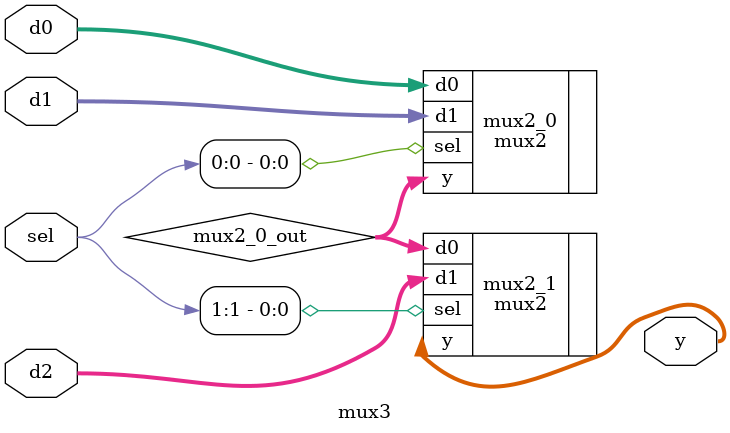
<source format=v>
module mux3
  #(parameter WIDTH = 8)
   (d0,d1,d2,sel,y);

   input [WIDTH-1:0] d0;
   input [WIDTH-1:0] d1;
   input [WIDTH-1:0] d2;
   input [1:0]	     sel;
   output wire [WIDTH-1:0] y;   
   wire [WIDTH-1:0] mux2_0_out;

  mux2 #(.WIDTH(WIDTH)) mux2_0(.d0(d0), .d1(d1), .sel(sel[0]), .y(mux2_0_out));
  mux2 #(.WIDTH(WIDTH)) mux2_1(.d0(mux2_0_out), .d1(d2), .sel(sel[1]), .y(y));



endmodule

</source>
